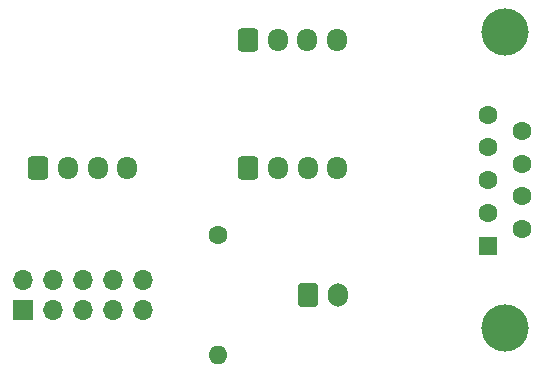
<source format=gbs>
G04 #@! TF.GenerationSoftware,KiCad,Pcbnew,7.0.1*
G04 #@! TF.CreationDate,2023-03-23T13:10:05+01:00*
G04 #@! TF.ProjectId,BMS_Ctrl_DE-9_Adaptor,424d535f-4374-4726-9c5f-44452d395f41,rev?*
G04 #@! TF.SameCoordinates,Original*
G04 #@! TF.FileFunction,Soldermask,Bot*
G04 #@! TF.FilePolarity,Negative*
%FSLAX46Y46*%
G04 Gerber Fmt 4.6, Leading zero omitted, Abs format (unit mm)*
G04 Created by KiCad (PCBNEW 7.0.1) date 2023-03-23 13:10:05*
%MOMM*%
%LPD*%
G01*
G04 APERTURE LIST*
G04 Aperture macros list*
%AMRoundRect*
0 Rectangle with rounded corners*
0 $1 Rounding radius*
0 $2 $3 $4 $5 $6 $7 $8 $9 X,Y pos of 4 corners*
0 Add a 4 corners polygon primitive as box body*
4,1,4,$2,$3,$4,$5,$6,$7,$8,$9,$2,$3,0*
0 Add four circle primitives for the rounded corners*
1,1,$1+$1,$2,$3*
1,1,$1+$1,$4,$5*
1,1,$1+$1,$6,$7*
1,1,$1+$1,$8,$9*
0 Add four rect primitives between the rounded corners*
20,1,$1+$1,$2,$3,$4,$5,0*
20,1,$1+$1,$4,$5,$6,$7,0*
20,1,$1+$1,$6,$7,$8,$9,0*
20,1,$1+$1,$8,$9,$2,$3,0*%
G04 Aperture macros list end*
%ADD10C,4.000000*%
%ADD11R,1.600000X1.600000*%
%ADD12C,1.600000*%
%ADD13RoundRect,0.250000X-0.600000X-0.725000X0.600000X-0.725000X0.600000X0.725000X-0.600000X0.725000X0*%
%ADD14O,1.700000X1.950000*%
%ADD15O,1.600000X1.600000*%
%ADD16R,1.700000X1.700000*%
%ADD17O,1.700000X1.700000*%
%ADD18RoundRect,0.250000X-0.600000X-0.750000X0.600000X-0.750000X0.600000X0.750000X-0.600000X0.750000X0*%
%ADD19O,1.700000X2.000000*%
G04 APERTURE END LIST*
D10*
X156360000Y-98050000D03*
X156360000Y-73050000D03*
D11*
X154940000Y-91090000D03*
D12*
X154940000Y-88320000D03*
X154940000Y-85550000D03*
X154940000Y-82780000D03*
X154940000Y-80010000D03*
X157780000Y-89705000D03*
X157780000Y-86935000D03*
X157780000Y-84165000D03*
X157780000Y-81395000D03*
D13*
X134660000Y-84565000D03*
D14*
X137160000Y-84565000D03*
X139660000Y-84565000D03*
X142160000Y-84565000D03*
D13*
X116880000Y-84565000D03*
D14*
X119380000Y-84565000D03*
X121880000Y-84565000D03*
X124380000Y-84565000D03*
D13*
X134620000Y-73660000D03*
D14*
X137120000Y-73660000D03*
X139620000Y-73660000D03*
X142120000Y-73660000D03*
D12*
X132080000Y-90170000D03*
D15*
X132080000Y-100330000D03*
D16*
X115570000Y-96520000D03*
D17*
X115570000Y-93980000D03*
X118110000Y-96520000D03*
X118110000Y-93980000D03*
X120650000Y-96520000D03*
X120650000Y-93980000D03*
X123190000Y-96520000D03*
X123190000Y-93980000D03*
X125730000Y-96520000D03*
X125730000Y-93980000D03*
D18*
X139740000Y-95250000D03*
D19*
X142240000Y-95250000D03*
M02*

</source>
